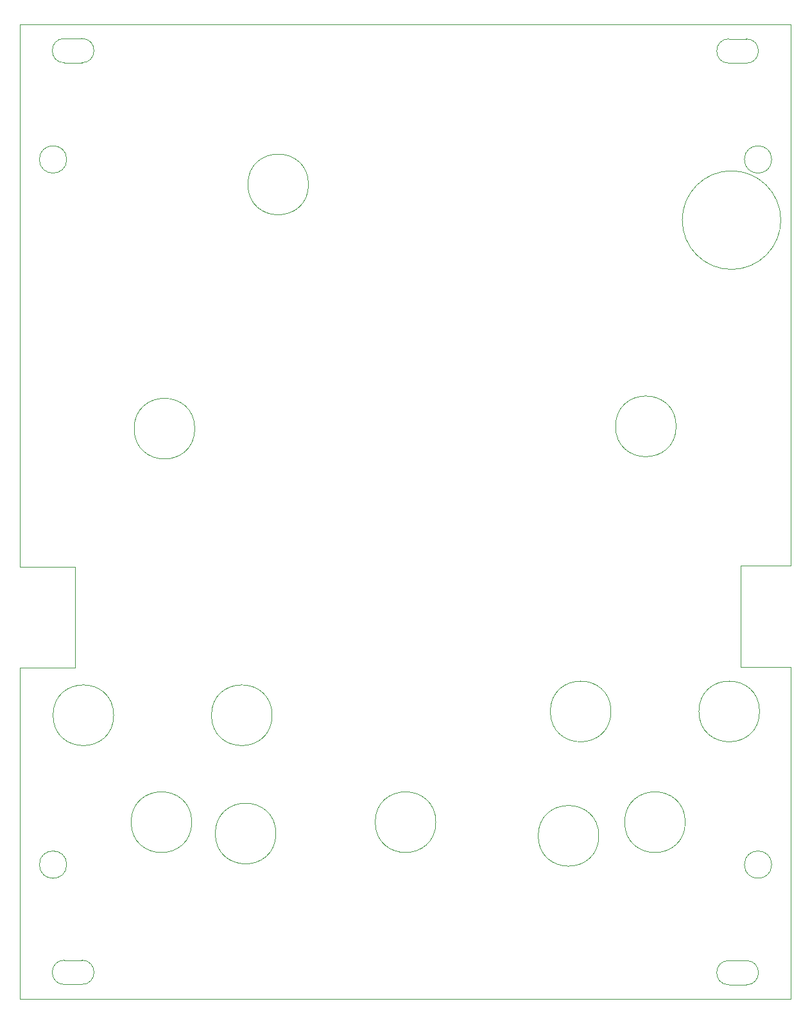
<source format=gbr>
%TF.GenerationSoftware,KiCad,Pcbnew,7.0.9*%
%TF.CreationDate,2024-04-27T17:18:48+10:00*%
%TF.ProjectId,eurorack_panel,6575726f-7261-4636-9b5f-70616e656c2e,rev?*%
%TF.SameCoordinates,Original*%
%TF.FileFunction,Profile,NP*%
%FSLAX46Y46*%
G04 Gerber Fmt 4.6, Leading zero omitted, Abs format (unit mm)*
G04 Created by KiCad (PCBNEW 7.0.9) date 2024-04-27 17:18:48*
%MOMM*%
%LPD*%
G01*
G04 APERTURE LIST*
%TA.AperFunction,Profile*%
%ADD10C,0.050000*%
%TD*%
%TA.AperFunction,Profile*%
%ADD11C,0.100000*%
%TD*%
G04 APERTURE END LIST*
D10*
X70000000Y-160300000D02*
X67700000Y-160300000D01*
X70000000Y-157100000D02*
X67700000Y-157100000D01*
X157650000Y-160350000D02*
X155350000Y-160350000D01*
X67700000Y-35550000D02*
G75*
G03*
X67700000Y-38750000I0J-1600000D01*
G01*
X70000000Y-35550000D02*
X67700000Y-35550000D01*
D11*
X95600000Y-140400000D02*
G75*
G03*
X95600000Y-140400000I-4000000J0D01*
G01*
D10*
X163500000Y-105100000D02*
X163500000Y-33682234D01*
X157650000Y-38800000D02*
X155350000Y-38800000D01*
D11*
X139800000Y-124300000D02*
G75*
G03*
X139800000Y-124300000I-4000000J0D01*
G01*
X74200000Y-124800000D02*
G75*
G03*
X74200000Y-124800000I-4000000J0D01*
G01*
X116700000Y-138900000D02*
G75*
G03*
X116700000Y-138900000I-4000000J0D01*
G01*
X68000000Y-144500000D02*
G75*
G03*
X68000000Y-144500000I-1800000J0D01*
G01*
X149600000Y-138900000D02*
G75*
G03*
X149600000Y-138900000I-4000000J0D01*
G01*
X159400000Y-124300000D02*
G75*
G03*
X159400000Y-124300000I-4000000J0D01*
G01*
X156950000Y-105100000D02*
X156950000Y-118400000D01*
X138200000Y-140700000D02*
G75*
G03*
X138200000Y-140700000I-4000000J0D01*
G01*
X84900000Y-87000000D02*
G75*
G03*
X84900000Y-87000000I-4000000J0D01*
G01*
X163500000Y-118400000D02*
X163500000Y-162250000D01*
X84500000Y-138900000D02*
G75*
G03*
X84500000Y-138900000I-4000000J0D01*
G01*
X161000000Y-144500000D02*
G75*
G03*
X161000000Y-144500000I-1800000J0D01*
G01*
X95100000Y-124800000D02*
G75*
G03*
X95100000Y-124800000I-4000000J0D01*
G01*
X61800000Y-118500000D02*
X61850000Y-162250000D01*
X69100000Y-105200000D02*
X69100000Y-118500000D01*
X61800000Y-105200000D02*
X69100000Y-105200000D01*
D10*
X157650000Y-38800000D02*
G75*
G03*
X157650000Y-35600000I0J1600000D01*
G01*
X61850000Y-33675000D02*
X163500000Y-33682234D01*
D11*
X161000000Y-51500000D02*
G75*
G03*
X161000000Y-51500000I-1800000J0D01*
G01*
D10*
X70000000Y-38750000D02*
G75*
G03*
X70000000Y-35550000I0J1600000D01*
G01*
D11*
X163500000Y-105100000D02*
X156950000Y-105100000D01*
X148400000Y-86700000D02*
G75*
G03*
X148400000Y-86700000I-4000000J0D01*
G01*
X99900000Y-54800000D02*
G75*
G03*
X99900000Y-54800000I-4000000J0D01*
G01*
X68000000Y-51500000D02*
G75*
G03*
X68000000Y-51500000I-1800000J0D01*
G01*
X69100000Y-118500000D02*
X61800000Y-118500000D01*
D10*
X70000000Y-38750000D02*
X67700000Y-38750000D01*
X70000000Y-160300000D02*
G75*
G03*
X70000000Y-157100000I0J1600000D01*
G01*
D11*
X156950000Y-118400000D02*
X163500000Y-118400000D01*
D10*
X157650000Y-160350000D02*
G75*
G03*
X157650000Y-157150000I0J1600000D01*
G01*
X67700000Y-157100000D02*
G75*
G03*
X67700000Y-160300000I0J-1600000D01*
G01*
X66900001Y-63500000D02*
G75*
G03*
X66900001Y-63500000I-1J0D01*
G01*
X61800000Y-105200000D02*
X61850000Y-33675000D01*
X163500000Y-162250000D02*
X61850000Y-162250000D01*
D11*
X162200000Y-59500000D02*
G75*
G03*
X162200000Y-59500000I-6500000J0D01*
G01*
D10*
X157650000Y-157150000D02*
X155350000Y-157150000D01*
X155350000Y-157150000D02*
G75*
G03*
X155350000Y-160350000I0J-1600000D01*
G01*
X157650000Y-35600000D02*
X155350000Y-35600000D01*
X155350000Y-35600000D02*
G75*
G03*
X155350000Y-38800000I0J-1600000D01*
G01*
M02*

</source>
